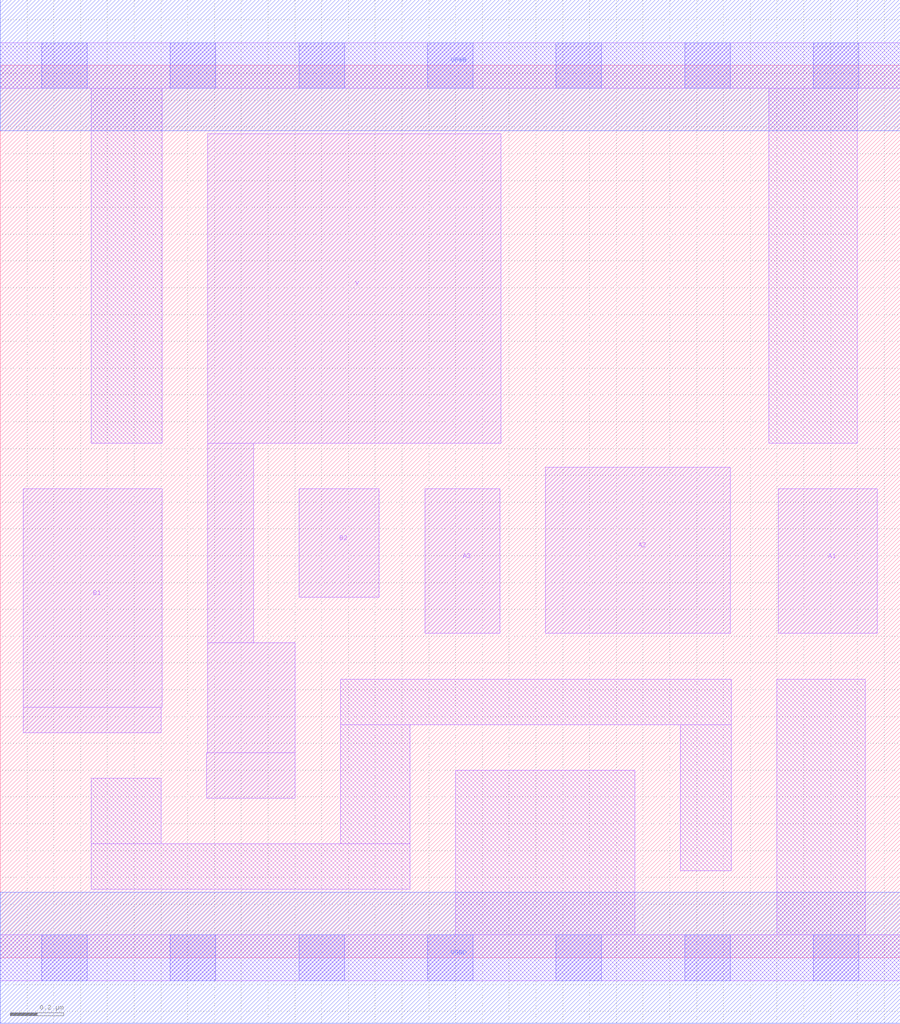
<source format=lef>
# Copyright 2020 The SkyWater PDK Authors
#
# Licensed under the Apache License, Version 2.0 (the "License");
# you may not use this file except in compliance with the License.
# You may obtain a copy of the License at
#
#     https://www.apache.org/licenses/LICENSE-2.0
#
# Unless required by applicable law or agreed to in writing, software
# distributed under the License is distributed on an "AS IS" BASIS,
# WITHOUT WARRANTIES OR CONDITIONS OF ANY KIND, either express or implied.
# See the License for the specific language governing permissions and
# limitations under the License.
#
# SPDX-License-Identifier: Apache-2.0

VERSION 5.7 ;
  NOWIREEXTENSIONATPIN ON ;
  DIVIDERCHAR "/" ;
  BUSBITCHARS "[]" ;
UNITS
  DATABASE MICRONS 200 ;
END UNITS
MACRO sky130_fd_sc_lp__o32ai_1
  CLASS CORE ;
  FOREIGN sky130_fd_sc_lp__o32ai_1 ;
  ORIGIN  0.000000  0.000000 ;
  SIZE  3.360000 BY  3.330000 ;
  SYMMETRY X Y R90 ;
  SITE unit ;
  PIN A1
    ANTENNAGATEAREA  0.315000 ;
    DIRECTION INPUT ;
    USE SIGNAL ;
    PORT
      LAYER li1 ;
        RECT 2.905000 1.210000 3.275000 1.750000 ;
    END
  END A1
  PIN A2
    ANTENNAGATEAREA  0.315000 ;
    DIRECTION INPUT ;
    USE SIGNAL ;
    PORT
      LAYER li1 ;
        RECT 2.035000 1.210000 2.725000 1.830000 ;
    END
  END A2
  PIN A3
    ANTENNAGATEAREA  0.315000 ;
    DIRECTION INPUT ;
    USE SIGNAL ;
    PORT
      LAYER li1 ;
        RECT 1.585000 1.210000 1.865000 1.750000 ;
    END
  END A3
  PIN B1
    ANTENNAGATEAREA  0.315000 ;
    DIRECTION INPUT ;
    USE SIGNAL ;
    PORT
      LAYER li1 ;
        RECT 0.085000 0.840000 0.600000 0.935000 ;
        RECT 0.085000 0.935000 0.605000 1.750000 ;
    END
  END B1
  PIN B2
    ANTENNAGATEAREA  0.315000 ;
    DIRECTION INPUT ;
    USE SIGNAL ;
    PORT
      LAYER li1 ;
        RECT 1.115000 1.345000 1.415000 1.750000 ;
    END
  END B2
  PIN Y
    ANTENNADIFFAREA  1.146600 ;
    DIRECTION OUTPUT ;
    USE SIGNAL ;
    PORT
      LAYER li1 ;
        RECT 0.770000 0.595000 1.100000 0.765000 ;
        RECT 0.775000 0.765000 1.100000 1.175000 ;
        RECT 0.775000 1.175000 0.945000 1.920000 ;
        RECT 0.775000 1.920000 1.870000 3.075000 ;
    END
  END Y
  PIN VGND
    DIRECTION INOUT ;
    USE GROUND ;
    PORT
      LAYER met1 ;
        RECT 0.000000 -0.245000 3.360000 0.245000 ;
    END
  END VGND
  PIN VPWR
    DIRECTION INOUT ;
    USE POWER ;
    PORT
      LAYER met1 ;
        RECT 0.000000 3.085000 3.360000 3.575000 ;
    END
  END VPWR
  OBS
    LAYER li1 ;
      RECT 0.000000 -0.085000 3.360000 0.085000 ;
      RECT 0.000000  3.245000 3.360000 3.415000 ;
      RECT 0.340000  0.255000 1.530000 0.425000 ;
      RECT 0.340000  0.425000 0.600000 0.670000 ;
      RECT 0.340000  1.920000 0.605000 3.245000 ;
      RECT 1.270000  0.425000 1.530000 0.870000 ;
      RECT 1.270000  0.870000 2.730000 1.040000 ;
      RECT 1.700000  0.085000 2.370000 0.700000 ;
      RECT 2.540000  0.325000 2.730000 0.870000 ;
      RECT 2.870000  1.920000 3.200000 3.245000 ;
      RECT 2.900000  0.085000 3.230000 1.040000 ;
    LAYER mcon ;
      RECT 0.155000 -0.085000 0.325000 0.085000 ;
      RECT 0.155000  3.245000 0.325000 3.415000 ;
      RECT 0.635000 -0.085000 0.805000 0.085000 ;
      RECT 0.635000  3.245000 0.805000 3.415000 ;
      RECT 1.115000 -0.085000 1.285000 0.085000 ;
      RECT 1.115000  3.245000 1.285000 3.415000 ;
      RECT 1.595000 -0.085000 1.765000 0.085000 ;
      RECT 1.595000  3.245000 1.765000 3.415000 ;
      RECT 2.075000 -0.085000 2.245000 0.085000 ;
      RECT 2.075000  3.245000 2.245000 3.415000 ;
      RECT 2.555000 -0.085000 2.725000 0.085000 ;
      RECT 2.555000  3.245000 2.725000 3.415000 ;
      RECT 3.035000 -0.085000 3.205000 0.085000 ;
      RECT 3.035000  3.245000 3.205000 3.415000 ;
  END
END sky130_fd_sc_lp__o32ai_1
END LIBRARY

</source>
